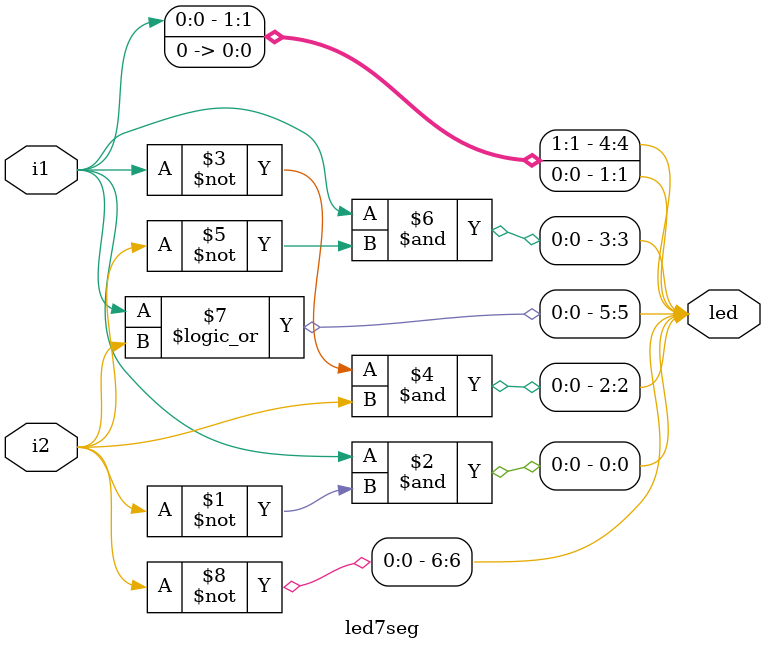
<source format=v>
module led7seg(i1, i2, led);

input i1, i2;
output [6:0] led;
    assign led[0] = i1 & ~i2;
    assign led[1] = 0;
    assign led[2] = ~i1 & i2;
    assign led[3] = i1 & ~i2;
    assign led[4] = i1;
    assign led[5] = i1 || i2;
    assign led[6] = ~i2;
endmodule

</source>
